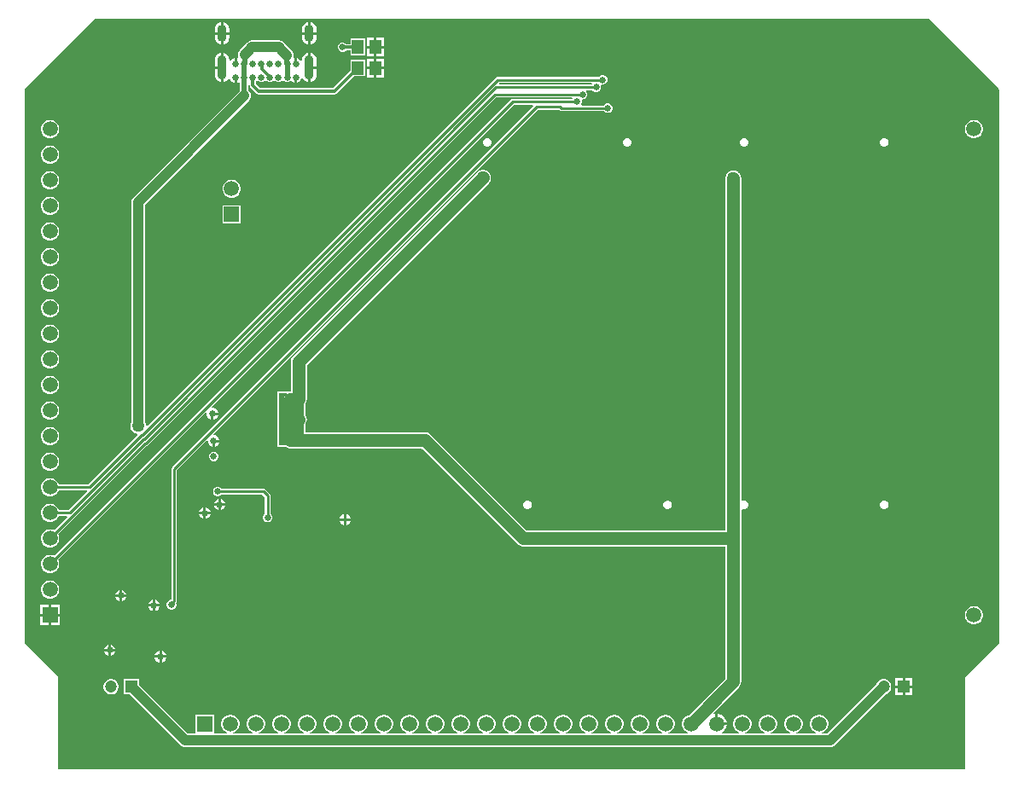
<source format=gbr>
%TF.GenerationSoftware,Altium Limited,Altium Designer,22.7.1 (60)*%
G04 Layer_Physical_Order=1*
G04 Layer_Color=255*
%FSLAX45Y45*%
%MOMM*%
%TF.SameCoordinates,3BEA7849-7BF4-4C83-8F54-36563B6BDC8B*%
%TF.FilePolarity,Positive*%
%TF.FileFunction,Copper,L1,Top,Signal*%
%TF.Part,Single*%
G01*
G75*
%TA.AperFunction,SMDPad,CuDef*%
%ADD10R,1.15000X1.35000*%
%TA.AperFunction,Conductor*%
%ADD11C,0.25400*%
%ADD12C,1.27000*%
%ADD13C,1.01600*%
%ADD14C,0.50800*%
%ADD15C,0.30480*%
%TA.AperFunction,ComponentPad*%
%ADD16C,1.20000*%
%ADD17R,1.20000X1.20000*%
%ADD18C,0.65000*%
G04:AMPARAMS|DCode=19|XSize=0.9mm|YSize=2.4mm|CornerRadius=0.45mm|HoleSize=0mm|Usage=FLASHONLY|Rotation=0.000|XOffset=0mm|YOffset=0mm|HoleType=Round|Shape=RoundedRectangle|*
%AMROUNDEDRECTD19*
21,1,0.90000,1.50000,0,0,0.0*
21,1,0.00000,2.40000,0,0,0.0*
1,1,0.90000,0.00000,-0.75000*
1,1,0.90000,0.00000,-0.75000*
1,1,0.90000,0.00000,0.75000*
1,1,0.90000,0.00000,0.75000*
%
%ADD19ROUNDEDRECTD19*%
G04:AMPARAMS|DCode=20|XSize=0.9mm|YSize=1.7mm|CornerRadius=0.45mm|HoleSize=0mm|Usage=FLASHONLY|Rotation=0.000|XOffset=0mm|YOffset=0mm|HoleType=Round|Shape=RoundedRectangle|*
%AMROUNDEDRECTD20*
21,1,0.90000,0.80000,0,0,0.0*
21,1,0.00000,1.70000,0,0,0.0*
1,1,0.90000,0.00000,-0.40000*
1,1,0.90000,0.00000,-0.40000*
1,1,0.90000,0.00000,0.40000*
1,1,0.90000,0.00000,0.40000*
%
%ADD20ROUNDEDRECTD20*%
%ADD21C,1.50000*%
%ADD22R,1.50000X1.50000*%
%ADD23R,1.50000X1.50000*%
%TA.AperFunction,ViaPad*%
%ADD24C,1.50000*%
%ADD25C,0.63500*%
%ADD26C,1.27000*%
G36*
X9679860Y6755000D02*
Y1255000D01*
X9342430Y917570D01*
Y5000D01*
X9342430Y5000D01*
X342430D01*
Y793306D01*
X342430Y793306D01*
Y917570D01*
X5000Y1255000D01*
Y6755000D01*
X705000Y7455000D01*
X8979860D01*
X9679860Y6755000D01*
D02*
G37*
%LPC*%
G36*
X2844801Y7419935D02*
Y7323300D01*
X2903108D01*
Y7350600D01*
X2900688Y7368978D01*
X2893595Y7386104D01*
X2882310Y7400810D01*
X2867604Y7412094D01*
X2850479Y7419188D01*
X2844801Y7419935D01*
D02*
G37*
G36*
X2819401D02*
X2813722Y7419188D01*
X2796597Y7412094D01*
X2781891Y7400810D01*
X2770606Y7386104D01*
X2763513Y7368978D01*
X2761093Y7350600D01*
Y7323300D01*
X2819401D01*
Y7419935D01*
D02*
G37*
G36*
X1979800D02*
Y7323300D01*
X2038108D01*
Y7350600D01*
X2035688Y7368978D01*
X2028595Y7386104D01*
X2017310Y7400810D01*
X2002604Y7412094D01*
X1985479Y7419188D01*
X1979800Y7419935D01*
D02*
G37*
G36*
X1954400D02*
X1948722Y7419188D01*
X1931597Y7412094D01*
X1916891Y7400810D01*
X1905606Y7386104D01*
X1898513Y7368978D01*
X1896093Y7350600D01*
Y7323300D01*
X1954400D01*
Y7419935D01*
D02*
G37*
G36*
X2529027Y7240789D02*
X2529025Y7240789D01*
X2264514D01*
X2264512Y7240789D01*
X2247272Y7238519D01*
X2231207Y7231865D01*
X2217411Y7221280D01*
X2217410Y7221279D01*
X2178702Y7182570D01*
X2178701Y7182569D01*
X2142717Y7146586D01*
X2132132Y7132790D01*
X2125477Y7116725D01*
X2123207Y7099485D01*
X2125477Y7082245D01*
X2128433Y7075110D01*
X2118713Y7065389D01*
X2114800Y7067010D01*
Y7009600D01*
X2089400D01*
Y7067010D01*
X2069303Y7058685D01*
X2053015Y7042398D01*
X2050808Y7037069D01*
X2038108Y7039595D01*
Y7047600D01*
X2035688Y7065978D01*
X2028595Y7083104D01*
X2017310Y7097810D01*
X2002604Y7109094D01*
X1985479Y7116188D01*
X1979800Y7116935D01*
Y6972600D01*
Y6828264D01*
X1985479Y6829012D01*
X2002604Y6836106D01*
X2017310Y6847390D01*
X2028595Y6862096D01*
X2031500Y6869111D01*
X2044200Y6866585D01*
Y6863083D01*
X2053015Y6841802D01*
X2069303Y6825515D01*
X2089400Y6817190D01*
Y6874600D01*
X2114800D01*
Y6817190D01*
X2132964Y6824714D01*
X2145664Y6819687D01*
Y6741764D01*
X2140000Y6737418D01*
X1088381Y5685799D01*
X1077796Y5672003D01*
X1071141Y5655938D01*
X1068871Y5638698D01*
X1068872Y5638696D01*
Y3455005D01*
X1062108Y3443289D01*
X1056742Y3423263D01*
Y3402530D01*
X1062108Y3382504D01*
X1072474Y3364549D01*
X1087134Y3349889D01*
X1105089Y3339522D01*
X1123180Y3334675D01*
X1129344Y3322879D01*
X640253Y2833787D01*
X344790D01*
X343090Y2840131D01*
X331210Y2860709D01*
X314409Y2877510D01*
X293831Y2889390D01*
X270880Y2895540D01*
X247120D01*
X224169Y2889390D01*
X203591Y2877510D01*
X186790Y2860709D01*
X174910Y2840131D01*
X168760Y2817180D01*
Y2793420D01*
X174910Y2770469D01*
X186790Y2749891D01*
X203591Y2733090D01*
X224169Y2721210D01*
X247120Y2715060D01*
X270880D01*
X293831Y2721210D01*
X314409Y2733090D01*
X331210Y2749891D01*
X343090Y2770469D01*
X344790Y2776813D01*
X624158D01*
X629018Y2765079D01*
X443726Y2579787D01*
X344790D01*
X343090Y2586131D01*
X331210Y2606709D01*
X314409Y2623510D01*
X293831Y2635390D01*
X270880Y2641540D01*
X247120D01*
X224169Y2635390D01*
X203591Y2623510D01*
X186790Y2606709D01*
X174910Y2586131D01*
X168760Y2563180D01*
Y2539420D01*
X174910Y2516469D01*
X186790Y2495891D01*
X203591Y2479090D01*
X224169Y2467210D01*
X247120Y2461060D01*
X270880D01*
X293831Y2467210D01*
X314409Y2479090D01*
X331210Y2495891D01*
X343090Y2516469D01*
X344790Y2522813D01*
X427632D01*
X432492Y2511079D01*
X299519Y2378106D01*
X293831Y2381390D01*
X270880Y2387540D01*
X247120D01*
X224169Y2381390D01*
X203591Y2369510D01*
X186790Y2352709D01*
X174910Y2332131D01*
X168760Y2309180D01*
Y2285420D01*
X174910Y2262469D01*
X186790Y2241891D01*
X203591Y2225090D01*
X224169Y2213210D01*
X247120Y2207060D01*
X270880D01*
X293831Y2213210D01*
X314409Y2225090D01*
X331210Y2241891D01*
X343090Y2262469D01*
X349240Y2285420D01*
Y2309180D01*
X343090Y2332131D01*
X339807Y2337819D01*
X1215328Y3213341D01*
X1217926Y3213857D01*
X1227168Y3220033D01*
X4681860Y6674725D01*
X5434502D01*
X5441291Y6662025D01*
X5440427Y6660732D01*
X4847946D01*
X4847945Y6660732D01*
X4837043Y6658564D01*
X4827801Y6652389D01*
X4827801Y6652388D01*
X299519Y2124106D01*
X293831Y2127390D01*
X270880Y2133540D01*
X247120D01*
X224169Y2127390D01*
X203591Y2115510D01*
X186790Y2098709D01*
X174910Y2078131D01*
X168760Y2055180D01*
Y2031420D01*
X174910Y2008469D01*
X186790Y1987891D01*
X203591Y1971090D01*
X224169Y1959210D01*
X247120Y1953060D01*
X270880D01*
X293831Y1959210D01*
X314409Y1971090D01*
X331210Y1987891D01*
X343090Y2008469D01*
X349240Y2031420D01*
Y2055180D01*
X343090Y2078131D01*
X339807Y2083819D01*
X1801114Y3545127D01*
X1813814Y3539866D01*
Y3524109D01*
X1822515Y3503104D01*
X1838591Y3487027D01*
X1858264Y3478879D01*
Y3535477D01*
X1870964D01*
Y3548177D01*
X1927562D01*
X1919413Y3567850D01*
X1903337Y3583926D01*
X1882332Y3592627D01*
X1866575D01*
X1861314Y3605327D01*
X4859745Y6603757D01*
X5050304D01*
X5055565Y6591057D01*
X1470176Y3005669D01*
X1464001Y2996427D01*
X1461832Y2985525D01*
X1461832Y2985524D01*
Y1685696D01*
X1455166D01*
X1437896Y1678542D01*
X1424677Y1665324D01*
X1417523Y1648053D01*
Y1629359D01*
X1424677Y1612089D01*
X1437896Y1598870D01*
X1455166Y1591716D01*
X1473860D01*
X1491131Y1598870D01*
X1504349Y1612089D01*
X1511503Y1629359D01*
Y1648053D01*
X1509899Y1651927D01*
X1510463Y1652491D01*
X1510463Y1652492D01*
X1516639Y1661734D01*
X1518807Y1672635D01*
X1518807Y1672637D01*
Y2973725D01*
X1814017Y3268935D01*
X1826717Y3263674D01*
Y3253142D01*
X1835418Y3232137D01*
X1851494Y3216060D01*
X1871167Y3207912D01*
Y3264510D01*
X1883867D01*
Y3277210D01*
X1940465D01*
X1932317Y3296882D01*
X1916240Y3312959D01*
X1895235Y3321660D01*
X1884702D01*
X1879442Y3334360D01*
X5097227Y6552145D01*
X5308934D01*
X5313494Y6547585D01*
X5322736Y6541410D01*
X5333638Y6539241D01*
X5333639Y6539241D01*
X5755570D01*
X5766919Y6527893D01*
X5784190Y6520739D01*
X5802884D01*
X5820154Y6527893D01*
X5833373Y6541111D01*
X5840527Y6558382D01*
Y6577076D01*
X5833373Y6594346D01*
X5820154Y6607565D01*
X5802884Y6614719D01*
X5784190D01*
X5766919Y6607565D01*
X5755570Y6596216D01*
X5537330D01*
X5531510Y6608916D01*
X5537302Y6622898D01*
Y6641592D01*
X5536502Y6643522D01*
X5544988Y6656222D01*
X5551271D01*
X5568542Y6663376D01*
X5581760Y6676595D01*
X5588914Y6693865D01*
Y6712559D01*
X5581760Y6729830D01*
X5578598Y6732993D01*
X5583859Y6745693D01*
X5639442D01*
X5650790Y6734344D01*
X5668061Y6727190D01*
X5686755D01*
X5704026Y6734344D01*
X5717244Y6747562D01*
X5724398Y6764833D01*
Y6783527D01*
X5720011Y6794117D01*
X5729731Y6803837D01*
X5732958Y6802501D01*
X5751652D01*
X5768923Y6809655D01*
X5782141Y6822873D01*
X5789295Y6840144D01*
Y6858838D01*
X5782141Y6876108D01*
X5768923Y6889327D01*
X5751652Y6896481D01*
X5732958D01*
X5715688Y6889327D01*
X5704339Y6877978D01*
X4701393D01*
X4701391Y6877978D01*
X4690490Y6875810D01*
X4681248Y6869634D01*
X4681247Y6869634D01*
X1225955Y3414342D01*
X1214222Y3419202D01*
Y3423263D01*
X1208856Y3443289D01*
X1202092Y3455005D01*
Y5611107D01*
X2234201Y6643217D01*
X2244786Y6657012D01*
X2251441Y6673077D01*
X2253711Y6690317D01*
X2251441Y6707557D01*
X2244786Y6723622D01*
X2234201Y6737418D01*
X2228537Y6741764D01*
Y6791882D01*
X2241023Y6792397D01*
X2243389Y6780505D01*
X2250126Y6770423D01*
X2307053Y6713496D01*
X2317135Y6706759D01*
X2329028Y6704393D01*
X3080236D01*
X3092128Y6706759D01*
X3102210Y6713496D01*
X3273703Y6884988D01*
X3385233D01*
Y7050468D01*
X3239753D01*
Y6938442D01*
X3238258Y6937443D01*
X3067363Y6766548D01*
X2341900D01*
X2303178Y6805270D01*
Y6838162D01*
X2306304Y6841289D01*
X2314600Y6846326D01*
X2322897Y6841289D01*
X2330058Y6834128D01*
X2347604Y6826860D01*
X2366596D01*
X2384143Y6834128D01*
X2391304Y6841289D01*
X2399600Y6846326D01*
X2407897Y6841289D01*
X2415058Y6834128D01*
X2432604Y6826860D01*
X2451597D01*
X2469143Y6834128D01*
X2476304Y6841289D01*
X2484601Y6846326D01*
X2492897Y6841289D01*
X2500058Y6834128D01*
X2517605Y6826860D01*
X2536597D01*
X2554143Y6834128D01*
X2561304Y6841288D01*
X2569601Y6846326D01*
X2577897Y6841288D01*
X2585058Y6834128D01*
X2602604Y6826860D01*
X2621596D01*
X2639143Y6834128D01*
X2656231Y6833587D01*
X2664303Y6825515D01*
X2684401Y6817190D01*
Y6874600D01*
X2709801D01*
Y6817190D01*
X2729898Y6825515D01*
X2746186Y6841802D01*
X2755001Y6863083D01*
Y6866585D01*
X2767701Y6869111D01*
X2770606Y6862096D01*
X2781891Y6847390D01*
X2796597Y6836106D01*
X2813722Y6829012D01*
X2819401Y6828264D01*
Y6972600D01*
Y7116935D01*
X2813722Y7116188D01*
X2796597Y7109094D01*
X2781891Y7097810D01*
X2770606Y7083104D01*
X2763513Y7065978D01*
X2761093Y7047600D01*
Y7039595D01*
X2748393Y7037069D01*
X2746186Y7042398D01*
X2729898Y7058685D01*
X2709801Y7067010D01*
Y7009600D01*
X2684401D01*
Y7067010D01*
X2683319Y7066562D01*
X2673599Y7076282D01*
X2673724Y7076583D01*
X2675994Y7093823D01*
X2673724Y7111063D01*
X2667069Y7127128D01*
X2656484Y7140923D01*
X2614837Y7182570D01*
X2614836Y7182571D01*
X2576128Y7221280D01*
X2562332Y7231865D01*
X2546267Y7238519D01*
X2529027Y7240789D01*
D02*
G37*
G36*
X3385233Y7256919D02*
X3239753D01*
Y7205256D01*
X3196661D01*
X3187902Y7214015D01*
X3170631Y7221169D01*
X3151937D01*
X3134666Y7214015D01*
X3121448Y7200797D01*
X3114294Y7183526D01*
Y7164832D01*
X3121448Y7147562D01*
X3134666Y7134343D01*
X3151937Y7127189D01*
X3170631D01*
X3187902Y7134343D01*
X3196661Y7143102D01*
X3239753D01*
Y7091439D01*
X3385233D01*
Y7256919D01*
D02*
G37*
G36*
X2903108Y7297900D02*
X2844801D01*
Y7201265D01*
X2850479Y7202012D01*
X2867604Y7209106D01*
X2882310Y7220390D01*
X2893595Y7235097D01*
X2900688Y7252222D01*
X2903108Y7270600D01*
Y7297900D01*
D02*
G37*
G36*
X2819401D02*
X2761093D01*
Y7270600D01*
X2763513Y7252222D01*
X2770606Y7235097D01*
X2781891Y7220390D01*
X2796597Y7209106D01*
X2813722Y7202012D01*
X2819401Y7201265D01*
Y7297900D01*
D02*
G37*
G36*
X2038108D02*
X1979800D01*
Y7201265D01*
X1985479Y7202012D01*
X2002604Y7209106D01*
X2017310Y7220390D01*
X2028595Y7235097D01*
X2035688Y7252222D01*
X2038108Y7270600D01*
Y7297900D01*
D02*
G37*
G36*
X1954400D02*
X1896093D01*
Y7270600D01*
X1898513Y7252222D01*
X1905606Y7235097D01*
X1916891Y7220390D01*
X1931597Y7209106D01*
X1948722Y7202012D01*
X1954400Y7201265D01*
Y7297900D01*
D02*
G37*
G36*
X3570393Y7267079D02*
X3500193D01*
Y7186879D01*
X3570393D01*
Y7267079D01*
D02*
G37*
G36*
X3474793D02*
X3404593D01*
Y7186879D01*
X3474793D01*
Y7267079D01*
D02*
G37*
G36*
X3570393Y7161479D02*
X3500193D01*
Y7081279D01*
X3570393D01*
Y7161479D01*
D02*
G37*
G36*
X3474793D02*
X3404593D01*
Y7081279D01*
X3474793D01*
Y7161479D01*
D02*
G37*
G36*
X2844801Y7116935D02*
Y6985300D01*
X2903108D01*
Y7047600D01*
X2900688Y7065978D01*
X2893595Y7083104D01*
X2882310Y7097810D01*
X2867604Y7109094D01*
X2850479Y7116188D01*
X2844801Y7116935D01*
D02*
G37*
G36*
X1954400D02*
X1948722Y7116188D01*
X1931597Y7109094D01*
X1916891Y7097810D01*
X1905606Y7083104D01*
X1898513Y7065978D01*
X1896093Y7047600D01*
Y6985300D01*
X1954400D01*
Y7116935D01*
D02*
G37*
G36*
X3570393Y7060628D02*
X3500193D01*
Y6980428D01*
X3570393D01*
Y7060628D01*
D02*
G37*
G36*
X3474793D02*
X3404593D01*
Y6980428D01*
X3474793D01*
Y7060628D01*
D02*
G37*
G36*
X3570393Y6955028D02*
X3500193D01*
Y6874828D01*
X3570393D01*
Y6955028D01*
D02*
G37*
G36*
X3474793D02*
X3404593D01*
Y6874828D01*
X3474793D01*
Y6955028D01*
D02*
G37*
G36*
X2903108Y6959900D02*
X2844801D01*
Y6828264D01*
X2850479Y6829012D01*
X2867604Y6836106D01*
X2882310Y6847390D01*
X2893595Y6862096D01*
X2900688Y6879222D01*
X2903108Y6897600D01*
Y6959900D01*
D02*
G37*
G36*
X1954400D02*
X1896093D01*
Y6897600D01*
X1898513Y6879222D01*
X1905606Y6862096D01*
X1916891Y6847390D01*
X1931597Y6836106D01*
X1948722Y6829012D01*
X1954400Y6828264D01*
Y6959900D01*
D02*
G37*
G36*
X9437740Y6451540D02*
X9413980D01*
X9391029Y6445390D01*
X9370451Y6433510D01*
X9353650Y6416709D01*
X9341770Y6396131D01*
X9335620Y6373180D01*
Y6349420D01*
X9341770Y6326469D01*
X9353650Y6305891D01*
X9370451Y6289090D01*
X9391029Y6277210D01*
X9413980Y6271060D01*
X9437740D01*
X9460691Y6277210D01*
X9481269Y6289090D01*
X9498070Y6305891D01*
X9509950Y6326469D01*
X9516100Y6349420D01*
Y6373180D01*
X9509950Y6396131D01*
X9498070Y6416709D01*
X9481269Y6433510D01*
X9460691Y6445390D01*
X9437740Y6451540D01*
D02*
G37*
G36*
X270880D02*
X247120D01*
X224169Y6445390D01*
X203591Y6433510D01*
X186790Y6416709D01*
X174910Y6396131D01*
X168760Y6373180D01*
Y6349420D01*
X174910Y6326469D01*
X186790Y6305891D01*
X203591Y6289090D01*
X224169Y6277210D01*
X247120Y6271060D01*
X270880D01*
X293831Y6277210D01*
X314409Y6289090D01*
X331210Y6305891D01*
X343090Y6326469D01*
X349240Y6349420D01*
Y6373180D01*
X343090Y6396131D01*
X331210Y6416709D01*
X314409Y6433510D01*
X293831Y6445390D01*
X270880Y6451540D01*
D02*
G37*
G36*
X8545907Y6271229D02*
X8528905D01*
X8513196Y6264722D01*
X8501173Y6252699D01*
X8494666Y6236991D01*
Y6219988D01*
X8501173Y6204279D01*
X8513196Y6192256D01*
X8528905Y6185749D01*
X8545907D01*
X8561616Y6192256D01*
X8573639Y6204279D01*
X8580146Y6219988D01*
Y6236991D01*
X8573639Y6252699D01*
X8561616Y6264722D01*
X8545907Y6271229D01*
D02*
G37*
G36*
X7155908D02*
X7138905D01*
X7123196Y6264722D01*
X7111173Y6252699D01*
X7104667Y6236991D01*
Y6219988D01*
X7111173Y6204279D01*
X7123196Y6192256D01*
X7138905Y6185749D01*
X7155908D01*
X7171617Y6192256D01*
X7183639Y6204279D01*
X7190146Y6219988D01*
Y6236991D01*
X7183639Y6252699D01*
X7171617Y6264722D01*
X7155908Y6271229D01*
D02*
G37*
G36*
X5995907D02*
X5978905D01*
X5963196Y6264722D01*
X5951173Y6252699D01*
X5944666Y6236991D01*
Y6219988D01*
X5951173Y6204279D01*
X5963196Y6192256D01*
X5978905Y6185749D01*
X5995907D01*
X6011616Y6192256D01*
X6023639Y6204279D01*
X6030146Y6219988D01*
Y6236991D01*
X6023639Y6252699D01*
X6011616Y6264722D01*
X5995907Y6271229D01*
D02*
G37*
G36*
X4605908D02*
X4588905D01*
X4573196Y6264722D01*
X4561173Y6252699D01*
X4554667Y6236991D01*
Y6219988D01*
X4561173Y6204279D01*
X4573196Y6192256D01*
X4588905Y6185749D01*
X4605908D01*
X4621617Y6192256D01*
X4633639Y6204279D01*
X4640146Y6219988D01*
Y6236991D01*
X4633639Y6252699D01*
X4621617Y6264722D01*
X4605908Y6271229D01*
D02*
G37*
G36*
X270880Y6197540D02*
X247120D01*
X224169Y6191390D01*
X203591Y6179510D01*
X186790Y6162709D01*
X174910Y6142131D01*
X168760Y6119180D01*
Y6095420D01*
X174910Y6072469D01*
X186790Y6051891D01*
X203591Y6035090D01*
X224169Y6023210D01*
X247120Y6017060D01*
X270880D01*
X293831Y6023210D01*
X314409Y6035090D01*
X331210Y6051891D01*
X343090Y6072469D01*
X349240Y6095420D01*
Y6119180D01*
X343090Y6142131D01*
X331210Y6162709D01*
X314409Y6179510D01*
X293831Y6191390D01*
X270880Y6197540D01*
D02*
G37*
G36*
Y5943540D02*
X247120D01*
X224169Y5937390D01*
X203591Y5925510D01*
X186790Y5908709D01*
X174910Y5888131D01*
X168760Y5865180D01*
Y5841420D01*
X174910Y5818469D01*
X186790Y5797891D01*
X203591Y5781090D01*
X224169Y5769210D01*
X247120Y5763060D01*
X270880D01*
X293831Y5769210D01*
X314409Y5781090D01*
X331210Y5797891D01*
X343090Y5818469D01*
X349240Y5841420D01*
Y5865180D01*
X343090Y5888131D01*
X331210Y5908709D01*
X314409Y5925510D01*
X293831Y5937390D01*
X270880Y5943540D01*
D02*
G37*
G36*
X2073598Y5859088D02*
X2049838D01*
X2026887Y5852938D01*
X2006309Y5841058D01*
X1989508Y5824257D01*
X1977628Y5803679D01*
X1971478Y5780728D01*
Y5756968D01*
X1977628Y5734017D01*
X1989508Y5713439D01*
X2006309Y5696638D01*
X2026887Y5684758D01*
X2049838Y5678608D01*
X2073598D01*
X2096549Y5684758D01*
X2117127Y5696638D01*
X2133928Y5713439D01*
X2145808Y5734017D01*
X2151958Y5756968D01*
Y5780728D01*
X2145808Y5803679D01*
X2133928Y5824257D01*
X2117127Y5841058D01*
X2096549Y5852938D01*
X2073598Y5859088D01*
D02*
G37*
G36*
X270880Y5689540D02*
X247120D01*
X224169Y5683390D01*
X203591Y5671510D01*
X186790Y5654709D01*
X174910Y5634131D01*
X168760Y5611180D01*
Y5587420D01*
X174910Y5564469D01*
X186790Y5543891D01*
X203591Y5527090D01*
X224169Y5515210D01*
X247120Y5509060D01*
X270880D01*
X293831Y5515210D01*
X314409Y5527090D01*
X331210Y5543891D01*
X343090Y5564469D01*
X349240Y5587420D01*
Y5611180D01*
X343090Y5634131D01*
X331210Y5654709D01*
X314409Y5671510D01*
X293831Y5683390D01*
X270880Y5689540D01*
D02*
G37*
G36*
X2151958Y5605088D02*
X1971478D01*
Y5424608D01*
X2151958D01*
Y5605088D01*
D02*
G37*
G36*
X270880Y5435540D02*
X247120D01*
X224169Y5429390D01*
X203591Y5417510D01*
X186790Y5400709D01*
X174910Y5380131D01*
X168760Y5357180D01*
Y5333420D01*
X174910Y5310469D01*
X186790Y5289891D01*
X203591Y5273090D01*
X224169Y5261210D01*
X247120Y5255060D01*
X270880D01*
X293831Y5261210D01*
X314409Y5273090D01*
X331210Y5289891D01*
X343090Y5310469D01*
X349240Y5333420D01*
Y5357180D01*
X343090Y5380131D01*
X331210Y5400709D01*
X314409Y5417510D01*
X293831Y5429390D01*
X270880Y5435540D01*
D02*
G37*
G36*
Y5181540D02*
X247120D01*
X224169Y5175390D01*
X203591Y5163510D01*
X186790Y5146709D01*
X174910Y5126131D01*
X168760Y5103180D01*
Y5079420D01*
X174910Y5056469D01*
X186790Y5035891D01*
X203591Y5019090D01*
X224169Y5007210D01*
X247120Y5001060D01*
X270880D01*
X293831Y5007210D01*
X314409Y5019090D01*
X331210Y5035891D01*
X343090Y5056469D01*
X349240Y5079420D01*
Y5103180D01*
X343090Y5126131D01*
X331210Y5146709D01*
X314409Y5163510D01*
X293831Y5175390D01*
X270880Y5181540D01*
D02*
G37*
G36*
Y4927540D02*
X247120D01*
X224169Y4921390D01*
X203591Y4909510D01*
X186790Y4892709D01*
X174910Y4872131D01*
X168760Y4849180D01*
Y4825420D01*
X174910Y4802469D01*
X186790Y4781891D01*
X203591Y4765090D01*
X224169Y4753210D01*
X247120Y4747060D01*
X270880D01*
X293831Y4753210D01*
X314409Y4765090D01*
X331210Y4781891D01*
X343090Y4802469D01*
X349240Y4825420D01*
Y4849180D01*
X343090Y4872131D01*
X331210Y4892709D01*
X314409Y4909510D01*
X293831Y4921390D01*
X270880Y4927540D01*
D02*
G37*
G36*
Y4673540D02*
X247120D01*
X224169Y4667390D01*
X203591Y4655510D01*
X186790Y4638709D01*
X174910Y4618131D01*
X168760Y4595180D01*
Y4571420D01*
X174910Y4548469D01*
X186790Y4527891D01*
X203591Y4511090D01*
X224169Y4499210D01*
X247120Y4493060D01*
X270880D01*
X293831Y4499210D01*
X314409Y4511090D01*
X331210Y4527891D01*
X343090Y4548469D01*
X349240Y4571420D01*
Y4595180D01*
X343090Y4618131D01*
X331210Y4638709D01*
X314409Y4655510D01*
X293831Y4667390D01*
X270880Y4673540D01*
D02*
G37*
G36*
Y4419540D02*
X247120D01*
X224169Y4413390D01*
X203591Y4401510D01*
X186790Y4384709D01*
X174910Y4364131D01*
X168760Y4341180D01*
Y4317420D01*
X174910Y4294469D01*
X186790Y4273891D01*
X203591Y4257090D01*
X224169Y4245210D01*
X247120Y4239060D01*
X270880D01*
X293831Y4245210D01*
X314409Y4257090D01*
X331210Y4273891D01*
X343090Y4294469D01*
X349240Y4317420D01*
Y4341180D01*
X343090Y4364131D01*
X331210Y4384709D01*
X314409Y4401510D01*
X293831Y4413390D01*
X270880Y4419540D01*
D02*
G37*
G36*
Y4165540D02*
X247120D01*
X224169Y4159390D01*
X203591Y4147510D01*
X186790Y4130709D01*
X174910Y4110131D01*
X168760Y4087180D01*
Y4063420D01*
X174910Y4040469D01*
X186790Y4019891D01*
X203591Y4003090D01*
X224169Y3991210D01*
X247120Y3985060D01*
X270880D01*
X293831Y3991210D01*
X314409Y4003090D01*
X331210Y4019891D01*
X343090Y4040469D01*
X349240Y4063420D01*
Y4087180D01*
X343090Y4110131D01*
X331210Y4130709D01*
X314409Y4147510D01*
X293831Y4159390D01*
X270880Y4165540D01*
D02*
G37*
G36*
X4554830Y5956827D02*
X4549667Y5956148D01*
X4544463D01*
X4539436Y5954800D01*
X4534275Y5954121D01*
X4529466Y5952129D01*
X4524437Y5950782D01*
X4519928Y5948179D01*
X4515120Y5946187D01*
X4510990Y5943018D01*
X4506482Y5940415D01*
X4502802Y5936735D01*
X4498671Y5933566D01*
X2672869Y4107763D01*
X2660248Y4091315D01*
X2652313Y4072160D01*
X2649607Y4051605D01*
X2649607Y4051603D01*
Y3765027D01*
X2640059Y3756653D01*
X2638704Y3756832D01*
X2621791Y3754605D01*
X2621097Y3755644D01*
X2616378Y3756583D01*
X2611933Y3758424D01*
X2529027D01*
X2517363Y3753592D01*
X2512531Y3741928D01*
Y3219348D01*
X2517363Y3207684D01*
X2529027Y3202853D01*
X2591534D01*
X2594566Y3204108D01*
X2596484D01*
X2598995Y3202182D01*
X2618149Y3194248D01*
X2638704Y3191542D01*
X3947740D01*
X4898670Y2240612D01*
X4898671Y2240611D01*
X4902801Y2237442D01*
X4906481Y2233762D01*
X4910988Y2231160D01*
X4915119Y2227990D01*
X4919928Y2225998D01*
X4924436Y2223396D01*
X4929465Y2222048D01*
X4934274Y2220056D01*
X4939435Y2219377D01*
X4944463Y2218030D01*
X4949667D01*
X4954829Y2217350D01*
X4954831Y2217350D01*
X6959276D01*
Y906162D01*
X6594622Y541508D01*
X6585599Y539090D01*
X6565021Y527210D01*
X6548220Y510408D01*
X6536340Y489831D01*
X6530190Y466880D01*
Y443120D01*
X6536340Y420169D01*
X6548220Y399591D01*
X6565021Y382790D01*
X6585599Y370910D01*
X6590367Y369632D01*
X6588695Y356932D01*
X6398165D01*
X6396493Y369632D01*
X6401261Y370910D01*
X6421839Y382790D01*
X6438640Y399591D01*
X6450520Y420169D01*
X6456670Y443120D01*
Y466880D01*
X6450520Y489831D01*
X6438640Y510408D01*
X6421839Y527210D01*
X6401261Y539090D01*
X6378310Y545240D01*
X6354550D01*
X6331599Y539090D01*
X6311021Y527210D01*
X6294220Y510408D01*
X6282340Y489831D01*
X6276190Y466880D01*
Y443120D01*
X6282340Y420169D01*
X6294220Y399591D01*
X6311021Y382790D01*
X6331599Y370910D01*
X6336367Y369632D01*
X6334695Y356932D01*
X6144165D01*
X6142493Y369632D01*
X6147261Y370910D01*
X6167839Y382790D01*
X6184640Y399591D01*
X6196520Y420169D01*
X6202670Y443120D01*
Y466880D01*
X6196520Y489831D01*
X6184640Y510408D01*
X6167839Y527210D01*
X6147261Y539090D01*
X6124310Y545240D01*
X6100550D01*
X6077599Y539090D01*
X6057021Y527210D01*
X6040220Y510408D01*
X6028340Y489831D01*
X6022190Y466880D01*
Y443120D01*
X6028340Y420169D01*
X6040220Y399591D01*
X6057021Y382790D01*
X6077599Y370910D01*
X6082367Y369632D01*
X6080695Y356932D01*
X5890165D01*
X5888493Y369632D01*
X5893261Y370910D01*
X5913839Y382790D01*
X5930640Y399591D01*
X5942520Y420169D01*
X5948670Y443120D01*
Y466880D01*
X5942520Y489831D01*
X5930640Y510408D01*
X5913839Y527210D01*
X5893261Y539090D01*
X5870310Y545240D01*
X5846550D01*
X5823599Y539090D01*
X5803021Y527210D01*
X5786220Y510408D01*
X5774340Y489831D01*
X5768190Y466880D01*
Y443120D01*
X5774340Y420169D01*
X5786220Y399591D01*
X5803021Y382790D01*
X5823599Y370910D01*
X5828367Y369632D01*
X5826695Y356932D01*
X5636165D01*
X5634493Y369632D01*
X5639261Y370910D01*
X5659839Y382790D01*
X5676640Y399591D01*
X5688520Y420169D01*
X5694670Y443120D01*
Y466880D01*
X5688520Y489831D01*
X5676640Y510408D01*
X5659839Y527210D01*
X5639261Y539090D01*
X5616310Y545240D01*
X5592550D01*
X5569599Y539090D01*
X5549021Y527210D01*
X5532220Y510408D01*
X5520340Y489831D01*
X5514190Y466880D01*
Y443120D01*
X5520340Y420169D01*
X5532220Y399591D01*
X5549021Y382790D01*
X5569599Y370910D01*
X5574367Y369632D01*
X5572695Y356932D01*
X5382165D01*
X5380493Y369632D01*
X5385261Y370910D01*
X5405839Y382790D01*
X5422640Y399591D01*
X5434520Y420169D01*
X5440670Y443120D01*
Y466880D01*
X5434520Y489831D01*
X5422640Y510408D01*
X5405839Y527210D01*
X5385261Y539090D01*
X5362310Y545240D01*
X5338550D01*
X5315599Y539090D01*
X5295021Y527210D01*
X5278220Y510408D01*
X5266340Y489831D01*
X5260190Y466880D01*
Y443120D01*
X5266340Y420169D01*
X5278220Y399591D01*
X5295021Y382790D01*
X5315599Y370910D01*
X5320367Y369632D01*
X5318695Y356932D01*
X5128165D01*
X5126493Y369632D01*
X5131261Y370910D01*
X5151839Y382790D01*
X5168640Y399591D01*
X5180520Y420169D01*
X5186670Y443120D01*
Y466880D01*
X5180520Y489831D01*
X5168640Y510408D01*
X5151839Y527210D01*
X5131261Y539090D01*
X5108310Y545240D01*
X5084550D01*
X5061599Y539090D01*
X5041021Y527210D01*
X5024220Y510408D01*
X5012340Y489831D01*
X5006190Y466880D01*
Y443120D01*
X5012340Y420169D01*
X5024220Y399591D01*
X5041021Y382790D01*
X5061599Y370910D01*
X5066367Y369632D01*
X5064695Y356932D01*
X4874165D01*
X4872493Y369632D01*
X4877261Y370910D01*
X4897839Y382790D01*
X4914640Y399591D01*
X4926520Y420169D01*
X4932670Y443120D01*
Y466880D01*
X4926520Y489831D01*
X4914640Y510408D01*
X4897839Y527210D01*
X4877261Y539090D01*
X4854310Y545240D01*
X4830550D01*
X4807599Y539090D01*
X4787021Y527210D01*
X4770220Y510408D01*
X4758340Y489831D01*
X4752190Y466880D01*
Y443120D01*
X4758340Y420169D01*
X4770220Y399591D01*
X4787021Y382790D01*
X4807599Y370910D01*
X4812367Y369632D01*
X4810695Y356932D01*
X4620165D01*
X4618493Y369632D01*
X4623261Y370910D01*
X4643839Y382790D01*
X4660640Y399591D01*
X4672520Y420169D01*
X4678670Y443120D01*
Y466880D01*
X4672520Y489831D01*
X4660640Y510408D01*
X4643839Y527210D01*
X4623261Y539090D01*
X4600310Y545240D01*
X4576550D01*
X4553599Y539090D01*
X4533021Y527210D01*
X4516220Y510408D01*
X4504340Y489831D01*
X4498190Y466880D01*
Y443120D01*
X4504340Y420169D01*
X4516220Y399591D01*
X4533021Y382790D01*
X4553599Y370910D01*
X4558367Y369632D01*
X4556695Y356932D01*
X4366165D01*
X4364493Y369632D01*
X4369261Y370910D01*
X4389839Y382790D01*
X4406640Y399591D01*
X4418520Y420169D01*
X4424670Y443120D01*
Y466880D01*
X4418520Y489831D01*
X4406640Y510408D01*
X4389839Y527210D01*
X4369261Y539090D01*
X4346310Y545240D01*
X4322550D01*
X4299599Y539090D01*
X4279021Y527210D01*
X4262220Y510408D01*
X4250340Y489831D01*
X4244190Y466880D01*
Y443120D01*
X4250340Y420169D01*
X4262220Y399591D01*
X4279021Y382790D01*
X4299599Y370910D01*
X4304367Y369632D01*
X4302695Y356932D01*
X4112165D01*
X4110493Y369632D01*
X4115261Y370910D01*
X4135839Y382790D01*
X4152640Y399591D01*
X4164520Y420169D01*
X4170670Y443120D01*
Y466880D01*
X4164520Y489831D01*
X4152640Y510408D01*
X4135839Y527210D01*
X4115261Y539090D01*
X4092310Y545240D01*
X4068550D01*
X4045599Y539090D01*
X4025021Y527210D01*
X4008220Y510408D01*
X3996340Y489831D01*
X3990190Y466880D01*
Y443120D01*
X3996340Y420169D01*
X4008220Y399591D01*
X4025021Y382790D01*
X4045599Y370910D01*
X4050367Y369632D01*
X4048695Y356932D01*
X3858165D01*
X3856493Y369632D01*
X3861261Y370910D01*
X3881839Y382790D01*
X3898640Y399591D01*
X3910520Y420169D01*
X3916670Y443120D01*
Y466880D01*
X3910520Y489831D01*
X3898640Y510408D01*
X3881839Y527210D01*
X3861261Y539090D01*
X3838310Y545240D01*
X3814550D01*
X3791599Y539090D01*
X3771021Y527210D01*
X3754220Y510408D01*
X3742340Y489831D01*
X3736190Y466880D01*
Y443120D01*
X3742340Y420169D01*
X3754220Y399591D01*
X3771021Y382790D01*
X3791599Y370910D01*
X3796367Y369632D01*
X3794695Y356932D01*
X3604165D01*
X3602493Y369632D01*
X3607261Y370910D01*
X3627839Y382790D01*
X3644640Y399591D01*
X3656520Y420169D01*
X3662670Y443120D01*
Y466880D01*
X3656520Y489831D01*
X3644640Y510408D01*
X3627839Y527210D01*
X3607261Y539090D01*
X3584310Y545240D01*
X3560550D01*
X3537599Y539090D01*
X3517021Y527210D01*
X3500220Y510408D01*
X3488340Y489831D01*
X3482190Y466880D01*
Y443120D01*
X3488340Y420169D01*
X3500220Y399591D01*
X3517021Y382790D01*
X3537599Y370910D01*
X3542367Y369632D01*
X3540695Y356932D01*
X3350165D01*
X3348493Y369632D01*
X3353261Y370910D01*
X3373839Y382790D01*
X3390640Y399591D01*
X3402520Y420169D01*
X3408670Y443120D01*
Y466880D01*
X3402520Y489831D01*
X3390640Y510408D01*
X3373839Y527210D01*
X3353261Y539090D01*
X3330310Y545240D01*
X3306550D01*
X3283599Y539090D01*
X3263021Y527210D01*
X3246220Y510408D01*
X3234340Y489831D01*
X3228190Y466880D01*
Y443120D01*
X3234340Y420169D01*
X3246220Y399591D01*
X3263021Y382790D01*
X3283599Y370910D01*
X3288367Y369632D01*
X3286695Y356932D01*
X3096165D01*
X3094493Y369632D01*
X3099261Y370910D01*
X3119839Y382790D01*
X3136640Y399591D01*
X3148520Y420169D01*
X3154670Y443120D01*
Y466880D01*
X3148520Y489831D01*
X3136640Y510408D01*
X3119839Y527210D01*
X3099261Y539090D01*
X3076310Y545240D01*
X3052550D01*
X3029599Y539090D01*
X3009021Y527210D01*
X2992220Y510408D01*
X2980340Y489831D01*
X2974190Y466880D01*
Y443120D01*
X2980340Y420169D01*
X2992220Y399591D01*
X3009021Y382790D01*
X3029599Y370910D01*
X3034367Y369632D01*
X3032695Y356932D01*
X2842165D01*
X2840493Y369632D01*
X2845261Y370910D01*
X2865839Y382790D01*
X2882640Y399591D01*
X2894520Y420169D01*
X2900670Y443120D01*
Y466880D01*
X2894520Y489831D01*
X2882640Y510408D01*
X2865839Y527210D01*
X2845261Y539090D01*
X2822310Y545240D01*
X2798550D01*
X2775599Y539090D01*
X2755021Y527210D01*
X2738220Y510408D01*
X2726340Y489831D01*
X2720190Y466880D01*
Y443120D01*
X2726340Y420169D01*
X2738220Y399591D01*
X2755021Y382790D01*
X2775599Y370910D01*
X2780367Y369632D01*
X2778695Y356932D01*
X2588165D01*
X2586493Y369632D01*
X2591261Y370910D01*
X2611839Y382790D01*
X2628640Y399591D01*
X2640520Y420169D01*
X2646670Y443120D01*
Y466880D01*
X2640520Y489831D01*
X2628640Y510408D01*
X2611839Y527210D01*
X2591261Y539090D01*
X2568310Y545240D01*
X2544550D01*
X2521599Y539090D01*
X2501021Y527210D01*
X2484220Y510408D01*
X2472340Y489831D01*
X2466190Y466880D01*
Y443120D01*
X2472340Y420169D01*
X2484220Y399591D01*
X2501021Y382790D01*
X2521599Y370910D01*
X2526367Y369632D01*
X2524695Y356932D01*
X2334165D01*
X2332493Y369632D01*
X2337261Y370910D01*
X2357839Y382790D01*
X2374640Y399591D01*
X2386520Y420169D01*
X2392670Y443120D01*
Y466880D01*
X2386520Y489831D01*
X2374640Y510408D01*
X2357839Y527210D01*
X2337261Y539090D01*
X2314310Y545240D01*
X2290550D01*
X2267599Y539090D01*
X2247021Y527210D01*
X2230220Y510408D01*
X2218340Y489831D01*
X2212190Y466880D01*
Y443120D01*
X2218340Y420169D01*
X2230220Y399591D01*
X2247021Y382790D01*
X2267599Y370910D01*
X2272367Y369632D01*
X2270695Y356932D01*
X2080165D01*
X2078493Y369632D01*
X2083261Y370910D01*
X2103839Y382790D01*
X2120640Y399591D01*
X2132520Y420169D01*
X2138670Y443120D01*
Y466880D01*
X2132520Y489831D01*
X2120640Y510408D01*
X2103839Y527210D01*
X2083261Y539090D01*
X2060310Y545240D01*
X2036550D01*
X2013599Y539090D01*
X1993021Y527210D01*
X1976220Y510408D01*
X1964340Y489831D01*
X1958190Y466880D01*
Y443120D01*
X1964340Y420169D01*
X1976220Y399591D01*
X1993021Y382790D01*
X2013599Y370910D01*
X2018367Y369632D01*
X2016695Y356932D01*
X1894128D01*
X1884670Y364760D01*
X1884670Y369632D01*
Y545240D01*
X1704190D01*
Y369632D01*
X1704190Y364760D01*
X1694732Y356932D01*
X1626868D01*
X1140749Y843052D01*
Y899330D01*
X990269D01*
Y748851D01*
X1046548D01*
X1552176Y243223D01*
X1552177Y243222D01*
X1565972Y232636D01*
X1582037Y225982D01*
X1599277Y223712D01*
X1599279Y223712D01*
X7997458D01*
X7997460Y223712D01*
X8014700Y225982D01*
X8030765Y232636D01*
X8044560Y243222D01*
X8553504Y752165D01*
X8560270Y753978D01*
X8577427Y763884D01*
X8591435Y777892D01*
X8601341Y795049D01*
X8606468Y814185D01*
Y833996D01*
X8601341Y853132D01*
X8591435Y870289D01*
X8577427Y884297D01*
X8560270Y894203D01*
X8541134Y899330D01*
X8521323D01*
X8502187Y894203D01*
X8485030Y884297D01*
X8471022Y870289D01*
X8461116Y853132D01*
X8459303Y846366D01*
X7969869Y356932D01*
X7922165D01*
X7920493Y369632D01*
X7925261Y370910D01*
X7945839Y382790D01*
X7962640Y399591D01*
X7974520Y420169D01*
X7980670Y443120D01*
Y466880D01*
X7974520Y489831D01*
X7962640Y510408D01*
X7945839Y527210D01*
X7925261Y539090D01*
X7902310Y545240D01*
X7878550D01*
X7855599Y539090D01*
X7835021Y527210D01*
X7818220Y510408D01*
X7806340Y489831D01*
X7800190Y466880D01*
Y443120D01*
X7806340Y420169D01*
X7818220Y399591D01*
X7835021Y382790D01*
X7855599Y370910D01*
X7860367Y369632D01*
X7858695Y356932D01*
X7668165D01*
X7666493Y369632D01*
X7671261Y370910D01*
X7691839Y382790D01*
X7708640Y399591D01*
X7720520Y420169D01*
X7726670Y443120D01*
Y466880D01*
X7720520Y489831D01*
X7708640Y510408D01*
X7691839Y527210D01*
X7671261Y539090D01*
X7648310Y545240D01*
X7624550D01*
X7601599Y539090D01*
X7581021Y527210D01*
X7564220Y510408D01*
X7552340Y489831D01*
X7546190Y466880D01*
Y443120D01*
X7552340Y420169D01*
X7564220Y399591D01*
X7581021Y382790D01*
X7601599Y370910D01*
X7606367Y369632D01*
X7604695Y356932D01*
X7414165D01*
X7412493Y369632D01*
X7417261Y370910D01*
X7437839Y382790D01*
X7454640Y399591D01*
X7466520Y420169D01*
X7472670Y443120D01*
Y466880D01*
X7466520Y489831D01*
X7454640Y510408D01*
X7437839Y527210D01*
X7417261Y539090D01*
X7394310Y545240D01*
X7370550D01*
X7347599Y539090D01*
X7327021Y527210D01*
X7310220Y510408D01*
X7298340Y489831D01*
X7292190Y466880D01*
Y443120D01*
X7298340Y420169D01*
X7310220Y399591D01*
X7327021Y382790D01*
X7347599Y370910D01*
X7352367Y369632D01*
X7350695Y356932D01*
X7160165D01*
X7158493Y369632D01*
X7163261Y370910D01*
X7183839Y382790D01*
X7200640Y399591D01*
X7212520Y420169D01*
X7218670Y443120D01*
Y466880D01*
X7212520Y489831D01*
X7200640Y510408D01*
X7183839Y527210D01*
X7163261Y539090D01*
X7140310Y545240D01*
X7116550D01*
X7093599Y539090D01*
X7073021Y527210D01*
X7056220Y510408D01*
X7044340Y489831D01*
X7038190Y466880D01*
Y443120D01*
X7044340Y420169D01*
X7056220Y399591D01*
X7073021Y382790D01*
X7093599Y370910D01*
X7098367Y369632D01*
X7096695Y356932D01*
X6930772D01*
X6927369Y369632D01*
X6936077Y374660D01*
X6954770Y393353D01*
X6967988Y416247D01*
X6974830Y441782D01*
Y442300D01*
X6874430D01*
Y455000D01*
X6861730D01*
Y555400D01*
X6861212D01*
X6847408Y551701D01*
X6840834Y563088D01*
X7094853Y817107D01*
X7094854Y817107D01*
X7107475Y833556D01*
X7115409Y852710D01*
X7118115Y873265D01*
X7118115Y873267D01*
Y2303219D01*
X7118115Y2303221D01*
X7118115Y2303223D01*
Y2580744D01*
X7130815Y2589100D01*
X7138905Y2585749D01*
X7155908D01*
X7171617Y2592256D01*
X7183639Y2604279D01*
X7190146Y2619988D01*
Y2636991D01*
X7183639Y2652700D01*
X7171617Y2664722D01*
X7155908Y2671229D01*
X7138905D01*
X7130815Y2667878D01*
X7118115Y2676235D01*
Y5870956D01*
X7117436Y5876117D01*
Y5881322D01*
X7116088Y5886350D01*
X7115409Y5891511D01*
X7113417Y5896320D01*
X7112070Y5901349D01*
X7109467Y5905857D01*
X7107475Y5910666D01*
X7104306Y5914796D01*
X7101703Y5919303D01*
X7098023Y5922984D01*
X7094854Y5927114D01*
X7090723Y5930284D01*
X7087043Y5933964D01*
X7082535Y5936566D01*
X7078405Y5939735D01*
X7073597Y5941727D01*
X7069088Y5944330D01*
X7064060Y5945677D01*
X7059251Y5947669D01*
X7054090Y5948349D01*
X7049062Y5949696D01*
X7043857D01*
X7038696Y5950375D01*
X7033535Y5949696D01*
X7028329D01*
X7023301Y5948349D01*
X7018140Y5947669D01*
X7013331Y5945677D01*
X7008303Y5944330D01*
X7003794Y5941727D01*
X6998986Y5939735D01*
X6994856Y5936566D01*
X6990348Y5933964D01*
X6986668Y5930284D01*
X6982537Y5927114D01*
X6979368Y5922984D01*
X6975688Y5919303D01*
X6973085Y5914796D01*
X6969916Y5910666D01*
X6967925Y5905857D01*
X6965322Y5901349D01*
X6963974Y5896320D01*
X6961982Y5891511D01*
X6961303Y5886350D01*
X6959956Y5881322D01*
Y5876117D01*
X6959276Y5870956D01*
Y2376189D01*
X4987725D01*
X4036795Y3327119D01*
X4020347Y3339740D01*
X4001192Y3347675D01*
X3980637Y3350381D01*
X3980635Y3350381D01*
X2797135D01*
Y3430242D01*
X2795880Y3433274D01*
Y3435192D01*
X2797806Y3437703D01*
X2805740Y3456857D01*
X2808446Y3477412D01*
X2805740Y3497968D01*
X2797806Y3517122D01*
X2795880Y3519633D01*
Y3521551D01*
X2797135Y3524582D01*
Y3630242D01*
X2795880Y3633273D01*
Y3635192D01*
X2797806Y3637702D01*
X2805740Y3656857D01*
X2808446Y3677412D01*
Y4018708D01*
X4610988Y5821249D01*
X4614157Y5825380D01*
X4617837Y5829060D01*
X4620440Y5833568D01*
X4623609Y5837698D01*
X4625601Y5842506D01*
X4628204Y5847015D01*
X4629551Y5852044D01*
X4631543Y5856853D01*
X4632222Y5862014D01*
X4633570Y5867041D01*
Y5872245D01*
X4634249Y5877408D01*
X4633570Y5882570D01*
Y5887774D01*
X4632223Y5892801D01*
X4631543Y5897963D01*
X4629551Y5902772D01*
X4628204Y5907800D01*
X4625601Y5912309D01*
X4623609Y5917117D01*
X4620440Y5921247D01*
X4617837Y5925755D01*
X4614157Y5929435D01*
X4610988Y5933566D01*
X4606857Y5936735D01*
X4603177Y5940415D01*
X4598669Y5943018D01*
X4594539Y5946187D01*
X4589731Y5948179D01*
X4585222Y5950782D01*
X4580194Y5952129D01*
X4575385Y5954121D01*
X4570223Y5954801D01*
X4565196Y5956148D01*
X4559992D01*
X4554830Y5956827D01*
D02*
G37*
G36*
X270880Y3911540D02*
X247120D01*
X224169Y3905390D01*
X203591Y3893510D01*
X186790Y3876709D01*
X174910Y3856131D01*
X168760Y3833180D01*
Y3809420D01*
X174910Y3786469D01*
X186790Y3765891D01*
X203591Y3749090D01*
X224169Y3737210D01*
X247120Y3731060D01*
X270880D01*
X293831Y3737210D01*
X314409Y3749090D01*
X331210Y3765891D01*
X343090Y3786469D01*
X349240Y3809420D01*
Y3833180D01*
X343090Y3856131D01*
X331210Y3876709D01*
X314409Y3893510D01*
X293831Y3905390D01*
X270880Y3911540D01*
D02*
G37*
G36*
X1927562Y3522777D02*
X1883664D01*
Y3478879D01*
X1903337Y3487027D01*
X1919413Y3503104D01*
X1927562Y3522777D01*
D02*
G37*
G36*
X270880Y3657540D02*
X247120D01*
X224169Y3651390D01*
X203591Y3639510D01*
X186790Y3622709D01*
X174910Y3602131D01*
X168760Y3579180D01*
Y3555420D01*
X174910Y3532469D01*
X186790Y3511891D01*
X203591Y3495090D01*
X224169Y3483210D01*
X247120Y3477060D01*
X270880D01*
X293831Y3483210D01*
X314409Y3495090D01*
X331210Y3511891D01*
X343090Y3532469D01*
X349240Y3555420D01*
Y3579180D01*
X343090Y3602131D01*
X331210Y3622709D01*
X314409Y3639510D01*
X293831Y3651390D01*
X270880Y3657540D01*
D02*
G37*
G36*
Y3403540D02*
X247120D01*
X224169Y3397390D01*
X203591Y3385510D01*
X186790Y3368709D01*
X174910Y3348131D01*
X168760Y3325180D01*
Y3301420D01*
X174910Y3278469D01*
X186790Y3257891D01*
X203591Y3241090D01*
X224169Y3229210D01*
X247120Y3223060D01*
X270880D01*
X293831Y3229210D01*
X314409Y3241090D01*
X331210Y3257891D01*
X343090Y3278469D01*
X349240Y3301420D01*
Y3325180D01*
X343090Y3348131D01*
X331210Y3368709D01*
X314409Y3385510D01*
X293831Y3397390D01*
X270880Y3403540D01*
D02*
G37*
G36*
X1940465Y3251810D02*
X1896567D01*
Y3207912D01*
X1916240Y3216060D01*
X1932317Y3232137D01*
X1940465Y3251810D01*
D02*
G37*
G36*
X1893214Y3156661D02*
X1874520D01*
X1857250Y3149507D01*
X1844031Y3136289D01*
X1836877Y3119018D01*
Y3100324D01*
X1844031Y3083054D01*
X1857250Y3069835D01*
X1874520Y3062681D01*
X1893214D01*
X1910485Y3069835D01*
X1923703Y3083054D01*
X1930857Y3100324D01*
Y3119018D01*
X1923703Y3136289D01*
X1910485Y3149507D01*
X1893214Y3156661D01*
D02*
G37*
G36*
X270880Y3149540D02*
X247120D01*
X224169Y3143390D01*
X203591Y3131510D01*
X186790Y3114709D01*
X174910Y3094131D01*
X168760Y3071180D01*
Y3047420D01*
X174910Y3024469D01*
X186790Y3003891D01*
X203591Y2987090D01*
X224169Y2975210D01*
X247120Y2969060D01*
X270880D01*
X293831Y2975210D01*
X314409Y2987090D01*
X331210Y3003891D01*
X343090Y3024469D01*
X349240Y3047420D01*
Y3071180D01*
X343090Y3094131D01*
X331210Y3114709D01*
X314409Y3131510D01*
X293831Y3143390D01*
X270880Y3149540D01*
D02*
G37*
G36*
X1954632Y2688851D02*
Y2644953D01*
X1998530D01*
X1990381Y2664626D01*
X1974304Y2680702D01*
X1954632Y2688851D01*
D02*
G37*
G36*
X1929232D02*
X1909559Y2680702D01*
X1893482Y2664626D01*
X1885334Y2644953D01*
X1929232D01*
Y2688851D01*
D02*
G37*
G36*
X8545907Y2671229D02*
X8528905D01*
X8513196Y2664722D01*
X8501173Y2652700D01*
X8494666Y2636991D01*
Y2619988D01*
X8501173Y2604279D01*
X8513196Y2592256D01*
X8528905Y2585749D01*
X8545907D01*
X8561616Y2592256D01*
X8573639Y2604279D01*
X8580146Y2619988D01*
Y2636991D01*
X8573639Y2652700D01*
X8561616Y2664722D01*
X8545907Y2671229D01*
D02*
G37*
G36*
X6395907D02*
X6378905D01*
X6363196Y2664722D01*
X6351173Y2652700D01*
X6344666Y2636991D01*
Y2619988D01*
X6351173Y2604279D01*
X6363196Y2592256D01*
X6378905Y2585749D01*
X6395907D01*
X6411616Y2592256D01*
X6423639Y2604279D01*
X6430146Y2619988D01*
Y2636991D01*
X6423639Y2652700D01*
X6411616Y2664722D01*
X6395907Y2671229D01*
D02*
G37*
G36*
X5005908D02*
X4988905D01*
X4973196Y2664722D01*
X4961173Y2652700D01*
X4954666Y2636991D01*
Y2619988D01*
X4961173Y2604279D01*
X4973196Y2592256D01*
X4988905Y2585749D01*
X5005908D01*
X5021617Y2592256D01*
X5033639Y2604279D01*
X5040146Y2619988D01*
Y2636991D01*
X5033639Y2652700D01*
X5021617Y2664722D01*
X5005908Y2671229D01*
D02*
G37*
G36*
X1998530Y2619553D02*
X1954632D01*
Y2575655D01*
X1974304Y2583803D01*
X1990381Y2599880D01*
X1998530Y2619553D01*
D02*
G37*
G36*
X1929232D02*
X1885334D01*
X1893482Y2599880D01*
X1909559Y2583803D01*
X1929232Y2575655D01*
Y2619553D01*
D02*
G37*
G36*
X1806245Y2604980D02*
Y2561082D01*
X1850143D01*
X1841994Y2580755D01*
X1825918Y2596831D01*
X1806245Y2604980D01*
D02*
G37*
G36*
X1780845D02*
X1761172Y2596831D01*
X1745095Y2580755D01*
X1736947Y2561082D01*
X1780845D01*
Y2604980D01*
D02*
G37*
G36*
X3199790Y2540464D02*
Y2496566D01*
X3243688D01*
X3235540Y2516239D01*
X3219463Y2532315D01*
X3199790Y2540464D01*
D02*
G37*
G36*
X3174390D02*
X3154718Y2532315D01*
X3138641Y2516239D01*
X3130492Y2496566D01*
X3174390D01*
Y2540464D01*
D02*
G37*
G36*
X1850143Y2535682D02*
X1806245D01*
Y2491784D01*
X1825918Y2499933D01*
X1841994Y2516009D01*
X1850143Y2535682D01*
D02*
G37*
G36*
X1780845D02*
X1736947D01*
X1745095Y2516009D01*
X1761172Y2499933D01*
X1780845Y2491784D01*
Y2535682D01*
D02*
G37*
G36*
X1931924Y2808275D02*
X1913230D01*
X1895959Y2801121D01*
X1882741Y2787902D01*
X1875587Y2770632D01*
Y2751938D01*
X1882741Y2734667D01*
X1895959Y2721449D01*
X1913230Y2714295D01*
X1931924D01*
X1949194Y2721449D01*
X1960543Y2732797D01*
X2366502D01*
X2390863Y2708437D01*
Y2541187D01*
X2379514Y2529838D01*
X2372360Y2512568D01*
Y2493874D01*
X2379514Y2476603D01*
X2392732Y2463385D01*
X2410003Y2456231D01*
X2428697D01*
X2445968Y2463385D01*
X2459186Y2476603D01*
X2466340Y2493874D01*
Y2512568D01*
X2459186Y2529838D01*
X2447837Y2541187D01*
Y2720235D01*
X2447838Y2720237D01*
X2445669Y2731138D01*
X2439494Y2740380D01*
X2439493Y2740381D01*
X2398446Y2781429D01*
X2389204Y2787604D01*
X2378302Y2789772D01*
X2378301Y2789772D01*
X1960543D01*
X1949194Y2801121D01*
X1931924Y2808275D01*
D02*
G37*
G36*
X3243688Y2471166D02*
X3199790D01*
Y2427268D01*
X3219463Y2435417D01*
X3235540Y2451493D01*
X3243688Y2471166D01*
D02*
G37*
G36*
X3174390D02*
X3130492D01*
X3138641Y2451493D01*
X3154718Y2435417D01*
X3174390Y2427268D01*
Y2471166D01*
D02*
G37*
G36*
X973988Y1785627D02*
Y1741729D01*
X1017886D01*
X1009738Y1761402D01*
X993661Y1777478D01*
X973988Y1785627D01*
D02*
G37*
G36*
X948588D02*
X928916Y1777478D01*
X912839Y1761402D01*
X904690Y1741729D01*
X948588D01*
Y1785627D01*
D02*
G37*
G36*
X270880Y1879540D02*
X247120D01*
X224169Y1873390D01*
X203591Y1861510D01*
X186790Y1844709D01*
X174910Y1824131D01*
X168760Y1801180D01*
Y1777420D01*
X174910Y1754469D01*
X186790Y1733891D01*
X203591Y1717090D01*
X224169Y1705210D01*
X247120Y1699060D01*
X270880D01*
X293831Y1705210D01*
X314409Y1717090D01*
X331210Y1733891D01*
X343090Y1754469D01*
X349240Y1777420D01*
Y1801180D01*
X343090Y1824131D01*
X331210Y1844709D01*
X314409Y1861510D01*
X293831Y1873390D01*
X270880Y1879540D01*
D02*
G37*
G36*
X1017886Y1716329D02*
X973988D01*
Y1672431D01*
X993661Y1680579D01*
X1009738Y1696656D01*
X1017886Y1716329D01*
D02*
G37*
G36*
X948588D02*
X904690D01*
X912839Y1696656D01*
X928916Y1680579D01*
X948588Y1672431D01*
Y1716329D01*
D02*
G37*
G36*
X1303020Y1688853D02*
Y1644955D01*
X1346918D01*
X1338769Y1664628D01*
X1322693Y1680704D01*
X1303020Y1688853D01*
D02*
G37*
G36*
X1277620D02*
X1257947Y1680704D01*
X1241871Y1664628D01*
X1233722Y1644955D01*
X1277620D01*
Y1688853D01*
D02*
G37*
G36*
X1346918Y1619555D02*
X1303020D01*
Y1575657D01*
X1322693Y1583805D01*
X1338769Y1599882D01*
X1346918Y1619555D01*
D02*
G37*
G36*
X1277620D02*
X1233722D01*
X1241871Y1599882D01*
X1257947Y1583805D01*
X1277620Y1575657D01*
Y1619555D01*
D02*
G37*
G36*
X359400Y1635700D02*
X271700D01*
Y1548000D01*
X359400D01*
Y1635700D01*
D02*
G37*
G36*
X246300D02*
X158600D01*
Y1548000D01*
X246300D01*
Y1635700D01*
D02*
G37*
G36*
X9437740Y1625540D02*
X9413980D01*
X9391029Y1619390D01*
X9370451Y1607510D01*
X9353650Y1590709D01*
X9341770Y1570131D01*
X9335620Y1547180D01*
Y1523420D01*
X9341770Y1500469D01*
X9353650Y1479891D01*
X9370451Y1463090D01*
X9391029Y1451210D01*
X9413980Y1445060D01*
X9437740D01*
X9460691Y1451210D01*
X9481269Y1463090D01*
X9498070Y1479891D01*
X9509950Y1500469D01*
X9516100Y1523420D01*
Y1547180D01*
X9509950Y1570131D01*
X9498070Y1590709D01*
X9481269Y1607510D01*
X9460691Y1619390D01*
X9437740Y1625540D01*
D02*
G37*
G36*
X359400Y1522600D02*
X271700D01*
Y1434900D01*
X359400D01*
Y1522600D01*
D02*
G37*
G36*
X246300D02*
X158600D01*
Y1434900D01*
X246300D01*
Y1522600D01*
D02*
G37*
G36*
X864311Y1243692D02*
Y1199794D01*
X908209D01*
X900061Y1219467D01*
X883984Y1235544D01*
X864311Y1243692D01*
D02*
G37*
G36*
X838911D02*
X819238Y1235544D01*
X803162Y1219467D01*
X795013Y1199794D01*
X838911D01*
Y1243692D01*
D02*
G37*
G36*
X1367536Y1179176D02*
Y1135278D01*
X1411434D01*
X1403285Y1154951D01*
X1387209Y1171028D01*
X1367536Y1179176D01*
D02*
G37*
G36*
X1342136D02*
X1322463Y1171028D01*
X1306387Y1154951D01*
X1298238Y1135278D01*
X1342136D01*
Y1179176D01*
D02*
G37*
G36*
X908209Y1174394D02*
X864311D01*
Y1130496D01*
X883984Y1138645D01*
X900061Y1154722D01*
X908209Y1174394D01*
D02*
G37*
G36*
X838911D02*
X795013D01*
X803162Y1154722D01*
X819238Y1138645D01*
X838911Y1130496D01*
Y1174394D01*
D02*
G37*
G36*
X1411434Y1109878D02*
X1367536D01*
Y1065980D01*
X1387209Y1074129D01*
X1403285Y1090206D01*
X1411434Y1109878D01*
D02*
G37*
G36*
X1342136D02*
X1298238D01*
X1306387Y1090206D01*
X1322463Y1074129D01*
X1342136Y1065980D01*
Y1109878D01*
D02*
G37*
G36*
X8816629Y909490D02*
X8743929D01*
Y836791D01*
X8816629D01*
Y909490D01*
D02*
G37*
G36*
X8718529D02*
X8645829D01*
Y836791D01*
X8718529D01*
Y909490D01*
D02*
G37*
G36*
X875414Y899330D02*
X855603D01*
X836467Y894203D01*
X819310Y884297D01*
X805302Y870289D01*
X795396Y853132D01*
X790269Y833996D01*
Y814185D01*
X795396Y795049D01*
X805302Y777892D01*
X819310Y763884D01*
X836467Y753978D01*
X855603Y748851D01*
X875414D01*
X894550Y753978D01*
X911707Y763884D01*
X925715Y777892D01*
X935621Y795049D01*
X940748Y814185D01*
Y833996D01*
X935621Y853132D01*
X925715Y870289D01*
X911707Y884297D01*
X894550Y894203D01*
X875414Y899330D01*
D02*
G37*
G36*
X8816629Y811391D02*
X8743929D01*
Y738691D01*
X8816629D01*
Y811391D01*
D02*
G37*
G36*
X8718529D02*
X8645829D01*
Y738691D01*
X8718529D01*
Y811391D01*
D02*
G37*
G36*
X6887648Y555400D02*
X6887130D01*
Y467700D01*
X6974830D01*
Y468218D01*
X6967988Y493753D01*
X6954770Y516647D01*
X6936077Y535340D01*
X6913183Y548558D01*
X6887648Y555400D01*
D02*
G37*
%LPD*%
G36*
X5638389Y6808303D02*
X5634120Y6802667D01*
X4718390D01*
X4712187Y6815367D01*
X4716580Y6821003D01*
X5632076D01*
X5638389Y6808303D01*
D02*
G37*
G36*
X2614459Y3729228D02*
X2606332Y3725861D01*
X2590255Y3709785D01*
X2582106Y3690112D01*
X2638704D01*
Y3677412D01*
X2651404D01*
Y3620814D01*
X2671077Y3628963D01*
X2683866Y3641751D01*
X2696654Y3628963D01*
X2716327Y3620814D01*
Y3677412D01*
X2741727D01*
Y3620814D01*
X2761400Y3628963D01*
X2767940Y3635503D01*
X2780640Y3630242D01*
Y3524582D01*
X2767940Y3519322D01*
X2761400Y3525862D01*
X2741727Y3534010D01*
Y3477412D01*
Y3420814D01*
X2761400Y3428963D01*
X2767940Y3435503D01*
X2780640Y3430242D01*
Y3318131D01*
X2767940Y3312871D01*
X2761400Y3319411D01*
X2741727Y3327559D01*
Y3270961D01*
X2716327D01*
Y3327559D01*
X2696654Y3319411D01*
X2683866Y3306622D01*
X2671077Y3319411D01*
X2651404Y3327559D01*
Y3270961D01*
X2638704D01*
Y3258261D01*
X2582106D01*
X2590255Y3238588D01*
X2596795Y3232048D01*
X2591534Y3219348D01*
X2529027D01*
Y3741928D01*
X2611933D01*
X2614459Y3729228D01*
D02*
G37*
%LPC*%
G36*
X2626004Y3664712D02*
X2582106D01*
X2590255Y3645039D01*
X2606332Y3628963D01*
X2626004Y3620814D01*
Y3664712D01*
D02*
G37*
G36*
X2716327Y3534010D02*
X2696654Y3525862D01*
X2687091Y3516299D01*
X2677529Y3525862D01*
X2657856Y3534010D01*
Y3477412D01*
Y3420814D01*
X2677529Y3428963D01*
X2687091Y3438526D01*
X2696654Y3428963D01*
X2716327Y3420814D01*
Y3477412D01*
Y3534010D01*
D02*
G37*
G36*
X2632456D02*
X2612783Y3525862D01*
X2596707Y3509785D01*
X2588558Y3490112D01*
X2632456D01*
Y3534010D01*
D02*
G37*
G36*
Y3464712D02*
X2588558D01*
X2596707Y3445040D01*
X2612783Y3428963D01*
X2632456Y3420814D01*
Y3464712D01*
D02*
G37*
G36*
X2626004Y3327559D02*
X2606332Y3319411D01*
X2590255Y3303334D01*
X2582106Y3283661D01*
X2626004D01*
Y3327559D01*
D02*
G37*
%LPD*%
D10*
X3487493Y7174179D02*
D03*
X3312493D02*
D03*
X3487493Y6967728D02*
D03*
X3312493D02*
D03*
D11*
X1464513Y1646829D02*
X1490320Y1672635D01*
Y2985525D02*
X5085427Y6580632D01*
X1464513Y1638706D02*
Y1646829D01*
X1490320Y1672635D02*
Y2985525D01*
X4847945Y6632245D02*
X5490312D01*
X259000Y2043300D02*
X4847945Y6632245D01*
X4683554Y6774180D02*
X5677408D01*
X1190191Y3280816D02*
X4683554Y6774180D01*
X4701391Y6849491D02*
X5742305D01*
X1173357Y3321456D02*
X4701391Y6849491D01*
X1168209Y3321456D02*
X1173357D01*
X652053Y2805300D02*
X1168209Y3321456D01*
X1201876Y3240176D02*
X1207024D01*
X4670060Y6703212D02*
X5541924D01*
X1185043Y3280816D02*
X1190191D01*
X259000Y2805300D02*
X652053D01*
X259000Y2551300D02*
X455526D01*
X259000Y2297300D02*
X1201876Y3240176D01*
X1207024D02*
X4670060Y6703212D01*
X455526Y2551300D02*
X1185043Y3280816D01*
X5085427Y6580632D02*
X5320734D01*
X5333638Y6567729D01*
X5793537D01*
X1922577Y2761285D02*
X2378302D01*
X2419350Y2720237D01*
Y2503221D02*
Y2720237D01*
D12*
X2638704Y3270961D02*
Y3470961D01*
X2645156Y3477412D02*
Y3670960D01*
Y3477412D02*
X2729027D01*
Y3677412D02*
Y4051605D01*
X2638704Y3677412D02*
X2645156Y3670960D01*
X2638704Y3470961D02*
X2645156Y3477412D01*
X2638704Y3270961D02*
X2729027D01*
Y4051605D02*
X4554830Y5877408D01*
X6620430Y455000D02*
X7038696Y873265D01*
Y2303221D01*
Y5870956D01*
X7032244Y2296770D02*
X7038696Y2303221D01*
X4954829Y2296770D02*
X7032244D01*
X3980637Y3270961D02*
X4954829Y2296770D01*
X2729027Y3270961D02*
X3980637D01*
D13*
X2529027Y7174179D02*
X2567737Y7135470D01*
X2264512Y7174179D02*
X2529027D01*
X2225802Y7135470D02*
X2264512Y7174179D01*
X1135482Y5638698D02*
X2187101Y6690317D01*
X1135482Y3412896D02*
Y5638698D01*
X1065509Y824091D02*
X1599277Y290322D01*
X7997460D02*
X8531229Y824091D01*
X1599277Y290322D02*
X7997460D01*
X2567737Y7135470D02*
X2609383Y7093823D01*
X2189818Y7099485D02*
X2225802Y7135470D01*
D14*
X2187101Y6690317D02*
Y6874600D01*
X2612100D02*
Y7009600D01*
X2609383Y7012317D02*
Y7093823D01*
Y7012317D02*
X2612100Y7009600D01*
X2187101D02*
X2189818Y7012317D01*
Y7099485D01*
X2187101Y6874600D02*
Y7009600D01*
D15*
X2363705Y6957062D02*
X2442101Y6878667D01*
X2357100Y7009600D02*
X2363705Y7002995D01*
X2442101Y6874600D02*
Y6878667D01*
X2363705Y6957062D02*
Y7002995D01*
X3161284Y7174179D02*
X3312493D01*
X3260233Y6915468D02*
X3270233D01*
X3080236Y6735470D02*
X3260233Y6915468D01*
X2329028Y6735470D02*
X3080236D01*
X3312493Y6957728D02*
Y6967728D01*
X3270233Y6915468D02*
X3312493Y6957728D01*
X2272100Y6792398D02*
Y6874600D01*
Y6792398D02*
X2329028Y6735470D01*
D16*
X865509Y824091D02*
D03*
X8531229D02*
D03*
D17*
X1065509D02*
D03*
X8731229D02*
D03*
D18*
X2102100Y7009600D02*
D03*
X2187101D02*
D03*
X2272100D02*
D03*
X2357100D02*
D03*
X2442101D02*
D03*
X2527101D02*
D03*
X2612100D02*
D03*
X2697101D02*
D03*
Y6874600D02*
D03*
X2612100D02*
D03*
X2527101D02*
D03*
X2442101D02*
D03*
X2357100D02*
D03*
X2272100D02*
D03*
X2187101D02*
D03*
X2102100D02*
D03*
D19*
X2832101Y6972600D02*
D03*
X1967100D02*
D03*
D20*
X2832101Y7310600D02*
D03*
X1967100D02*
D03*
D21*
X259000Y6361300D02*
D03*
Y6107300D02*
D03*
Y5853300D02*
D03*
Y5599300D02*
D03*
Y5345300D02*
D03*
Y5091300D02*
D03*
Y4837300D02*
D03*
Y4583300D02*
D03*
Y4329300D02*
D03*
Y4075300D02*
D03*
Y3821300D02*
D03*
Y3567300D02*
D03*
Y3313300D02*
D03*
Y3059300D02*
D03*
Y2805300D02*
D03*
Y2551300D02*
D03*
Y2297300D02*
D03*
Y2043300D02*
D03*
Y1789300D02*
D03*
X2048430Y455000D02*
D03*
X2302430D02*
D03*
X2556430D02*
D03*
X2810430D02*
D03*
X3064430D02*
D03*
X3318430D02*
D03*
X3572430D02*
D03*
X3826430D02*
D03*
X4080430D02*
D03*
X4334430D02*
D03*
X4588430D02*
D03*
X4842430D02*
D03*
X5096430D02*
D03*
X5350430D02*
D03*
X5604430D02*
D03*
X5858430D02*
D03*
X6112430D02*
D03*
X6366430D02*
D03*
X6620430D02*
D03*
X6874430D02*
D03*
X7128430D02*
D03*
X7382430D02*
D03*
X7636430D02*
D03*
X7890430D02*
D03*
X2061718Y5768848D02*
D03*
D22*
X259000Y1535300D02*
D03*
X2061718Y5514848D02*
D03*
D23*
X1794430Y455000D02*
D03*
D24*
X9425860Y1535300D02*
D03*
Y6361300D02*
D03*
D25*
X8116113Y6109665D02*
D03*
X7580630Y6103214D02*
D03*
X8109661Y2496769D02*
D03*
X7587082D02*
D03*
X6006440Y2503221D02*
D03*
X5464505D02*
D03*
X5140006Y5638470D02*
D03*
X4852096Y5631175D02*
D03*
X5452096Y5631180D02*
D03*
X5752096D02*
D03*
X5412892Y6503213D02*
D03*
X5980633Y5883859D02*
D03*
X4612894Y5703214D02*
D03*
X2587092Y2535479D02*
D03*
X2180641Y2580640D02*
D03*
X2206447Y2122576D02*
D03*
X1883867Y2935478D02*
D03*
X1793545Y2548382D02*
D03*
X1883867Y3109671D02*
D03*
Y3264510D02*
D03*
X1941932Y2632253D02*
D03*
X1870964Y3535477D02*
D03*
X961288Y1729029D02*
D03*
X1354836Y1122578D02*
D03*
X851611Y1187094D02*
D03*
X1290320Y1632255D02*
D03*
X5677408Y6774180D02*
D03*
X5742305Y6849491D02*
D03*
X5541924Y6703212D02*
D03*
X5490312Y6632245D02*
D03*
X1922577Y2761285D02*
D03*
X5793537Y6567729D02*
D03*
X1464513Y1638706D02*
D03*
X2645156Y3477412D02*
D03*
X2729027Y3270961D02*
D03*
Y3477412D02*
D03*
Y3677412D02*
D03*
X2638704D02*
D03*
Y3270961D02*
D03*
X2419350Y2503221D02*
D03*
X3161284Y7174179D02*
D03*
D26*
X4554830Y5877408D02*
D03*
X1135482Y3412896D02*
D03*
X7038696Y2303221D02*
D03*
Y5870956D02*
D03*
X4954829Y2296770D02*
D03*
%TF.MD5,491628da3447ede4bebae66619ab055f*%
M02*

</source>
